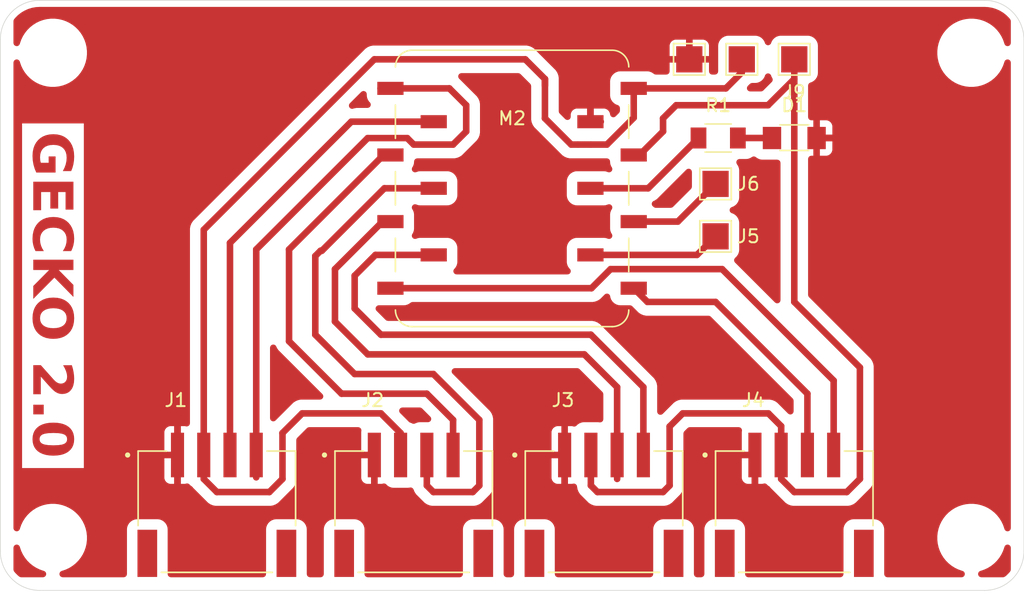
<source format=kicad_pcb>
(kicad_pcb (version 20241229) (generator "pcbnew") (generator_version "9.0")
  (layers (0 "F.Cu" signal) (2 "B.Cu" signal) (13 "F.Paste" user) (15 "B.Paste" user) (5 "F.SilkS" user "F.Silkscreen") (7 "B.SilkS" user "B.Silkscreen") (1 "F.Mask" user) (3 "B.Mask" user) (25 "Edge.Cuts" user))
  (net 0 "")
  (net 1 "GND")
  (net 2 "Net-(D1-A)")
  (net 3 "Net-(J1-Pin_4)")
  (net 4 "Net-(J1-Pin_3)")
  (net 5 "Net-(J2-Pin_4)")
  (net 6 "Net-(J2-Pin_3)")
  (net 7 "Net-(J3-Pin_4)")
  (net 8 "Net-(J3-Pin_3)")
  (net 9 "Net-(J4-Pin_4)")
  (net 10 "Net-(J4-Pin_3)")
  (net 11 "Net-(M2-D10)")
  (net 12 "+5V")
  (net 13 "+3V3")
  (net 14 "Net-(J5-Pin_1)")
  (net 15 "Net-(J6-Pin_1)")
  (footprint "MountingHole:MountingHole_3.2mm_M3" (layer "F.Cu") (at 102 78)
    (property "Reference" "REF**" (hide yes))
    (property "Value" "3.2mm_M3" (hide yes))
    (pad "" np_thru_hole circle (at 0 0) (size 3.2 3.2) (drill 3.2) (layers "*.Cu" "*.Mask") (clearance 1))
  )
  (footprint "TestPoint:TestPoint_Pad_2.0x2.0mm" (layer "F.Cu") (at 154.5 78.5)
    (property "Reference" "J7" (hide yes))
    (property "Value" "Conn_01x01_Pin" (hide yes))
    (fp_line (start -1.2 -1.2) (end 1.2 -1.2) (stroke (width 0.12)) (layer "F.SilkS"))
    (fp_line (start -1.2 1.2) (end -1.2 -1.2) (stroke (width 0.12)) (layer "F.SilkS"))
    (fp_line (start 1.2 -1.2) (end 1.2 1.2) (stroke (width 0.12)) (layer "F.SilkS"))
    (fp_line (start 1.2 1.2) (end -1.2 1.2) (stroke (width 0.12)) (layer "F.SilkS"))
    (pad "1" smd rect (at 0 0) (size 2 2) (layers "F.Cu" "F.Mask") (net 12 "+5V"))
  )
  (footprint "TestPoint:TestPoint_Pad_2.0x2.0mm" (layer "F.Cu") (at 158.5 78.5)
    (property "Reference" "J9" (at 0 2.502 0) (layer "F.SilkS"))
    (property "Value" "Conn_01x01_Pin" (hide yes))
    (fp_line (start -1.2 -1.2) (end 1.2 -1.2) (stroke (width 0.12)) (layer "F.SilkS"))
    (fp_line (start -1.2 1.2) (end -1.2 -1.2) (stroke (width 0.12)) (layer "F.SilkS"))
    (fp_line (start 1.2 -1.2) (end 1.2 1.2) (stroke (width 0.12)) (layer "F.SilkS"))
    (fp_line (start 1.2 1.2) (end -1.2 1.2) (stroke (width 0.12)) (layer "F.SilkS"))
    (pad "1" smd rect (at 0 0) (size 2 2) (layers "F.Cu" "F.Mask") (net 13 "+3V3"))
  )
  (footprint "TestPoint:TestPoint_Pad_2.0x2.0mm" (layer "F.Cu") (at 152.5 92)
    (property "Reference" "J5" (at 2.5 0 0) (layer "F.SilkS"))
    (property "Value" "Conn_01x01_Pin" (hide yes))
    (fp_line (start -1.2 -1.2) (end 1.2 -1.2) (stroke (width 0.12)) (layer "F.SilkS"))
    (fp_line (start -1.2 1.2) (end -1.2 -1.2) (stroke (width 0.12)) (layer "F.SilkS"))
    (fp_line (start 1.2 -1.2) (end 1.2 1.2) (stroke (width 0.12)) (layer "F.SilkS"))
    (fp_line (start 1.2 1.2) (end -1.2 1.2) (stroke (width 0.12)) (layer "F.SilkS"))
    (pad "1" smd rect (at 0 0) (size 2 2) (layers "F.Cu" "F.Mask") (net 14 "Net-(J5-Pin_1)"))
  )
  (footprint "Grove:SEEEDSTUDIO_114020164" (layer "F.Cu") (at 144 113)
    (property "Reference" "J3" (at -3.125 -8.51 0) (layer "F.SilkS"))
    (property "Value" "I2C")
    (fp_line (start -6 -4.625) (end -3.82 -4.625) (stroke (width 0.127)) (layer "F.SilkS"))
    (fp_line (start -6 1.055) (end -6 -4.625) (stroke (width 0.127)) (layer "F.SilkS"))
    (fp_line (start -4.23 4.625) (end 4.23 4.625) (stroke (width 0.127)) (layer "F.SilkS"))
    (fp_line (start 3.82 -4.625) (end 6 -4.625) (stroke (width 0.127)) (layer "F.SilkS"))
    (fp_line (start 6 -4.625) (end 6 1.055) (stroke (width 0.127)) (layer "F.SilkS"))
    (fp_circle (center -6.8 -4.325) (end -6.7 -4.325) (stroke (width 0.2)) (fill no) (layer "F.SilkS"))
    (pad "1" smd rect (at -3 -4.325) (size 1 3.4) (layers "F.Cu" "F.Mask" "F.Paste") (net 1 "GND"))
    (pad "2" smd rect (at -1 -4.325) (size 1 3.4) (layers "F.Cu" "F.Mask" "F.Paste") (net 13 "+3V3"))
    (pad "3" smd rect (at 1 -4.325) (size 1 3.4) (layers "F.Cu" "F.Mask" "F.Paste") (net 8 "Net-(J3-Pin_3)"))
    (pad "4" smd rect (at 3 -4.325) (size 1 3.4) (layers "F.Cu" "F.Mask" "F.Paste") (net 7 "Net-(J3-Pin_4)"))
    (pad "SH1" smd rect (at -5.3 3.175) (size 1.5 3.6) (layers "F.Cu" "F.Mask" "F.Paste"))
    (pad "SH2" smd rect (at 5.3 3.175) (size 1.5 3.6) (layers "F.Cu" "F.Mask" "F.Paste"))
  )
  (footprint "MountingHole:MountingHole_3.2mm_M3" (layer "F.Cu") (at 172 115)
    (property "Reference" "REF**" (hide yes))
    (property "Value" "3.2mm_M3" (hide yes))
    (pad "" np_thru_hole circle (at 0 0) (size 3.2 3.2) (drill 3.2) (layers "*.Cu" "*.Mask") (clearance 1))
  )
  (footprint "PCM_fab:LED_1206" (layer "F.Cu") (at 158.5 84.5 180)
    (property "Reference" "D1" (at 0 2.5 0) (layer "F.SilkS"))
    (property "Value" "LED_1206" (hide yes))
    (fp_line (start -1.1 1) (end 1.1 1) (stroke (width 0.12)) (layer "F.SilkS"))
    (fp_line (start -1.1 -0.95) (end 1.1 -0.95) (stroke (width 0.12)) (layer "F.SilkS"))
    (pad "1" smd rect (at -1.7 0 180) (size 1.4 1.7) (layers "F.Cu" "F.Mask" "F.Paste") (net 1 "GND"))
    (pad "2" smd rect (at 1.7 0 180) (size 1.4 1.7) (layers "F.Cu" "F.Mask" "F.Paste") (net 2 "Net-(D1-A)"))
  )
  (footprint "Grove:SEEEDSTUDIO_114020164" (layer "F.Cu") (at 158.5 113)
    (property "Reference" "J4" (at -3.125 -8.51 0) (layer "F.SilkS"))
    (property "Value" "Spare")
    (fp_line (start -6 -4.625) (end -3.82 -4.625) (stroke (width 0.127)) (layer "F.SilkS"))
    (fp_line (start -6 1.055) (end -6 -4.625) (stroke (width 0.127)) (layer "F.SilkS"))
    (fp_line (start -4.23 4.625) (end 4.23 4.625) (stroke (width 0.127)) (layer "F.SilkS"))
    (fp_line (start 3.82 -4.625) (end 6 -4.625) (stroke (width 0.127)) (layer "F.SilkS"))
    (fp_line (start 6 -4.625) (end 6 1.055) (stroke (width 0.127)) (layer "F.SilkS"))
    (fp_circle (center -6.8 -4.325) (end -6.7 -4.325) (stroke (width 0.2)) (fill no) (layer "F.SilkS"))
    (pad "1" smd rect (at -3 -4.325) (size 1 3.4) (layers "F.Cu" "F.Mask" "F.Paste") (net 1 "GND"))
    (pad "2" smd rect (at -1 -4.325) (size 1 3.4) (layers "F.Cu" "F.Mask" "F.Paste") (net 13 "+3V3"))
    (pad "3" smd rect (at 1 -4.325) (size 1 3.4) (layers "F.Cu" "F.Mask" "F.Paste") (net 10 "Net-(J4-Pin_3)"))
    (pad "4" smd rect (at 3 -4.325) (size 1 3.4) (layers "F.Cu" "F.Mask" "F.Paste") (net 9 "Net-(J4-Pin_4)"))
    (pad "SH1" smd rect (at -5.3 3.175) (size 1.5 3.6) (layers "F.Cu" "F.Mask" "F.Paste"))
    (pad "SH2" smd rect (at 5.3 3.175) (size 1.5 3.6) (layers "F.Cu" "F.Mask" "F.Paste"))
  )
  (footprint "PCM_fab:Module_XIAO_Generic_SocketSMD" (layer "F.Cu") (at 136.995 88.335)
    (property "Reference" "M2" (at 0.0025 -5.335 0) (layer "F.SilkS"))
    (property "Value" "Module_XIAO_Generic_SocketSMD" (hide yes))
    (fp_line (start -8.89 -6.35) (end -8.89 -3.81) (stroke (width 0.12)) (layer "F.SilkS"))
    (fp_line (start -8.89 -1.27) (end -8.89 1.27) (stroke (width 0.12)) (layer "F.SilkS"))
    (fp_line (start -8.89 3.81) (end -8.89 6.35) (stroke (width 0.12)) (layer "F.SilkS"))
    (fp_line (start -7.6175 -10.531) (end 7.6225 -10.531) (stroke (width 0.12)) (layer "F.SilkS"))
    (fp_line (start 7.6225 10.551) (end -7.6175 10.551) (stroke (width 0.12)) (layer "F.SilkS"))
    (fp_line (start 8.89 -6.35) (end 8.89 -3.81) (stroke (width 0.12)) (layer "F.SilkS"))
    (fp_line (start 8.89 -1.27) (end 8.89 1.27) (stroke (width 0.12)) (layer "F.SilkS"))
    (fp_line (start 8.89 3.81) (end 8.89 6.35) (stroke (width 0.12)) (layer "F.SilkS"))
    (fp_arc (start -8.8875 -9.261) (mid -8.515526 -10.159026) (end -7.6175 -10.531) (stroke (width 0.12)) (layer "F.SilkS"))
    (fp_arc (start -7.6175 10.551) (mid -8.515526 10.179026) (end -8.8875 9.281) (stroke (width 0.12)) (layer "F.SilkS"))
    (fp_arc (start 7.6225 -10.531) (mid 8.520526 -10.159026) (end 8.8925 -9.261) (stroke (width 0.12)) (layer "F.SilkS"))
    (fp_arc (start 8.8925 9.281) (mid 8.520526 10.179026) (end 7.6225 10.551) (stroke (width 0.12)) (layer "F.SilkS"))
    (pad "1" smd rect (at -9.27 -7.62) (size 2 1) (layers "F.Cu" "F.Mask" "F.Paste") (net 3 "Net-(J1-Pin_4)"))
    (pad "2" smd rect (at -5.97 -5.08) (size 2 1) (layers "F.Cu" "F.Mask" "F.Paste") (net 4 "Net-(J1-Pin_3)"))
    (pad "3" smd rect (at -9.27 -2.54) (size 2 1) (layers "F.Cu" "F.Mask" "F.Paste") (net 5 "Net-(J2-Pin_4)"))
    (pad "4" smd rect (at -5.97 0) (size 2 1) (layers "F.Cu" "F.Mask" "F.Paste") (net 6 "Net-(J2-Pin_3)"))
    (pad "5" smd rect (at -9.27 2.54) (size 2 1) (layers "F.Cu" "F.Mask" "F.Paste") (net 8 "Net-(J3-Pin_3)"))
    (pad "6" smd rect (at -5.97 5.08) (size 2 1) (layers "F.Cu" "F.Mask" "F.Paste") (net 7 "Net-(J3-Pin_4)"))
    (pad "7" smd rect (at -9.27 7.62) (size 2 1) (layers "F.Cu" "F.Mask" "F.Paste") (net 9 "Net-(J4-Pin_4)"))
    (pad "8" smd rect (at 9.27 7.62) (size 2 1) (layers "F.Cu" "F.Mask" "F.Paste") (net 10 "Net-(J4-Pin_3)"))
    (pad "9" smd rect (at 5.97 5.08) (size 2 1) (layers "F.Cu" "F.Mask" "F.Paste") (net 14 "Net-(J5-Pin_1)"))
    (pad "10" smd rect (at 9.27 2.54) (size 2 1) (layers "F.Cu" "F.Mask" "F.Paste") (net 15 "Net-(J6-Pin_1)"))
    (pad "11" smd rect (at 5.97 0) (size 2 1) (layers "F.Cu" "F.Mask" "F.Paste") (net 11 "Net-(M2-D10)"))
    (pad "12" smd rect (at 9.27 -2.54) (size 2 1) (layers "F.Cu" "F.Mask" "F.Paste") (net 13 "+3V3"))
    (pad "13" smd rect (at 5.97 -5.08) (size 2 1) (layers "F.Cu" "F.Mask" "F.Paste") (net 1 "GND"))
    (pad "14" smd rect (at 9.27 -7.62) (size 2 1) (layers "F.Cu" "F.Mask" "F.Paste") (net 12 "+5V"))
  )
  (footprint "TestPoint:TestPoint_Pad_2.0x2.0mm" (layer "F.Cu") (at 152.5 88)
    (property "Reference" "J6" (at 2.5 0 0) (layer "F.SilkS"))
    (property "Value" "Conn_01x01_Pin" (hide yes))
    (fp_line (start -1.2 -1.2) (end 1.2 -1.2) (stroke (width 0.12)) (layer "F.SilkS"))
    (fp_line (start -1.2 1.2) (end -1.2 -1.2) (stroke (width 0.12)) (layer "F.SilkS"))
    (fp_line (start 1.2 -1.2) (end 1.2 1.2) (stroke (width 0.12)) (layer "F.SilkS"))
    (fp_line (start 1.2 1.2) (end -1.2 1.2) (stroke (width 0.12)) (layer "F.SilkS"))
    (pad "1" smd rect (at 0 0) (size 2 2) (layers "F.Cu" "F.Mask") (net 15 "Net-(J6-Pin_1)"))
  )
  (footprint "Grove:SEEEDSTUDIO_114020164" (layer "F.Cu") (at 114.5 113)
    (property "Reference" "J1" (at -3.125 -8.51 0) (layer "F.SilkS"))
    (property "Value" "Relay")
    (fp_line (start -6 -4.625) (end -3.82 -4.625) (stroke (width 0.127)) (layer "F.SilkS"))
    (fp_line (start -6 1.055) (end -6 -4.625) (stroke (width 0.127)) (layer "F.SilkS"))
    (fp_line (start -4.23 4.625) (end 4.23 4.625) (stroke (width 0.127)) (layer "F.SilkS"))
    (fp_line (start 3.82 -4.625) (end 6 -4.625) (stroke (width 0.127)) (layer "F.SilkS"))
    (fp_line (start 6 -4.625) (end 6 1.055) (stroke (width 0.127)) (layer "F.SilkS"))
    (fp_circle (center -6.8 -4.325) (end -6.7 -4.325) (stroke (width 0.2)) (fill no) (layer "F.SilkS"))
    (pad "1" smd rect (at -3 -4.325) (size 1 3.4) (layers "F.Cu" "F.Mask" "F.Paste") (net 1 "GND"))
    (pad "2" smd rect (at -1 -4.325) (size 1 3.4) (layers "F.Cu" "F.Mask" "F.Paste") (net 12 "+5V"))
    (pad "3" smd rect (at 1 -4.325) (size 1 3.4) (layers "F.Cu" "F.Mask" "F.Paste") (net 4 "Net-(J1-Pin_3)"))
    (pad "4" smd rect (at 3 -4.325) (size 1 3.4) (layers "F.Cu" "F.Mask" "F.Paste") (net 3 "Net-(J1-Pin_4)"))
    (pad "SH1" smd rect (at -5.3 3.175) (size 1.5 3.6) (layers "F.Cu" "F.Mask" "F.Paste"))
    (pad "SH2" smd rect (at 5.3 3.175) (size 1.5 3.6) (layers "F.Cu" "F.Mask" "F.Paste"))
  )
  (footprint "MountingHole:MountingHole_3.2mm_M3" (layer "F.Cu") (at 172 78)
    (property "Reference" "REF**" (hide yes))
    (property "Value" "3.2mm_M3" (hide yes))
    (pad "" np_thru_hole circle (at 0 0) (size 3.2 3.2) (drill 3.2) (layers "*.Cu" "*.Mask") (clearance 1))
  )
  (footprint "PCM_fab:R_1206" (layer "F.Cu") (at 152.7 84.5)
    (property "Reference" "R1" (at 0 -2.5 0) (layer "F.SilkS"))
    (property "Value" "R_1206" (hide yes))
    (fp_line (start -1 -1.07) (end 1 -1.07) (stroke (width 0.12)) (layer "F.SilkS"))
    (fp_line (start 1 1.07) (end -1 1.07) (stroke (width 0.12)) (layer "F.SilkS"))
    (pad "1" smd rect (at -1.5 0) (size 1.2 1.6) (layers "F.Cu" "F.Mask" "F.Paste") (net 11 "Net-(M2-D10)"))
    (pad "2" smd rect (at 1.5 0) (size 1.2 1.6) (layers "F.Cu" "F.Mask" "F.Paste") (net 2 "Net-(D1-A)"))
  )
  (footprint "MountingHole:MountingHole_3.2mm_M3" (layer "F.Cu") (at 102 115)
    (property "Reference" "REF**" (hide yes))
    (property "Value" "3.2mm_M3" (hide yes))
    (pad "" np_thru_hole circle (at 0 0) (size 3.2 3.2) (drill 3.2) (layers "*.Cu" "*.Mask") (clearance 1))
  )
  (footprint "TestPoint:TestPoint_Pad_2.0x2.0mm" (layer "F.Cu") (at 150.5 78.5)
    (property "Reference" "J8" (hide yes))
    (property "Value" "Conn_01x01_Pin" (hide yes))
    (fp_line (start -1.2 -1.2) (end 1.2 -1.2) (stroke (width 0.12)) (layer "F.SilkS"))
    (fp_line (start -1.2 1.2) (end -1.2 -1.2) (stroke (width 0.12)) (layer "F.SilkS"))
    (fp_line (start 1.2 -1.2) (end 1.2 1.2) (stroke (width 0.12)) (layer "F.SilkS"))
    (fp_line (start 1.2 1.2) (end -1.2 1.2) (stroke (width 0.12)) (layer "F.SilkS"))
    (pad "1" smd rect (at 0 0) (size 2 2) (layers "F.Cu" "F.Mask") (net 1 "GND"))
  )
  (footprint "Grove:SEEEDSTUDIO_114020164" (layer "F.Cu") (at 129.5 113)
    (property "Reference" "J2" (at -3.125 -8.51 0) (layer "F.SilkS"))
    (property "Value" "Atomization")
    (fp_line (start -6 -4.625) (end -3.82 -4.625) (stroke (width 0.127)) (layer "F.SilkS"))
    (fp_line (start -6 1.055) (end -6 -4.625) (stroke (width 0.127)) (layer "F.SilkS"))
    (fp_line (start -4.23 4.625) (end 4.23 4.625) (stroke (width 0.127)) (layer "F.SilkS"))
    (fp_line (start 3.82 -4.625) (end 6 -4.625) (stroke (width 0.127)) (layer "F.SilkS"))
    (fp_line (start 6 -4.625) (end 6 1.055) (stroke (width 0.127)) (layer "F.SilkS"))
    (fp_circle (center -6.8 -4.325) (end -6.7 -4.325) (stroke (width 0.2)) (fill no) (layer "F.SilkS"))
    (pad "1" smd rect (at -3 -4.325) (size 1 3.4) (layers "F.Cu" "F.Mask" "F.Paste") (net 1 "GND"))
    (pad "2" smd rect (at -1 -4.325) (size 1 3.4) (layers "F.Cu" "F.Mask" "F.Paste") (net 12 "+5V"))
    (pad "3" smd rect (at 1 -4.325) (size 1 3.4) (layers "F.Cu" "F.Mask" "F.Paste") (net 6 "Net-(J2-Pin_3)"))
    (pad "4" smd rect (at 3 -4.325) (size 1 3.4) (layers "F.Cu" "F.Mask" "F.Paste") (net 5 "Net-(J2-Pin_4)"))
    (pad "SH1" smd rect (at -5.3 3.175) (size 1.5 3.6) (layers "F.Cu" "F.Mask" "F.Paste"))
    (pad "SH2" smd rect (at 5.3 3.175) (size 1.5 3.6) (layers "F.Cu" "F.Mask" "F.Paste"))
  )
  (gr_arc (start 98 77) (mid 98.87868 74.87868) (end 101 74) (stroke (width 0.05)) (layer "Edge.Cuts"))
  (gr_line (start 98 116) (end 98 77) (stroke (width 0.05)) (layer "Edge.Cuts"))
  (gr_arc (start 176 116) (mid 175.12132 118.12132) (end 173 119) (stroke (width 0.05)) (layer "Edge.Cuts"))
  (gr_line (start 101 74) (end 173 74) (stroke (width 0.05)) (layer "Edge.Cuts"))
  (gr_line (start 176 77) (end 176 116) (stroke (width 0.05)) (layer "Edge.Cuts"))
  (gr_line (start 173 119) (end 101 119) (stroke (width 0.05)) (layer "Edge.Cuts"))
  (gr_arc (start 173 74) (mid 175.12132 74.87868) (end 176 77) (stroke (width 0.05)) (layer "Edge.Cuts"))
  (gr_arc (start 101 119) (mid 98.87868 118.12132) (end 98 116) (stroke (width 0.05)) (layer "Edge.Cuts"))
  (gr_text "GECKO 2.0" (at 100 84 270) (layer "F.Cu") (effects (font (size 3 3) (thickness 0.3) (bold yes)) (justify left bottom)))
  (segment (start 150.5 76.5) (end 150.5 78.5) (width 0.5) (layer "F.Cu") (net 1))
  (segment (start 126 76.5) (end 138.5 76.5) (width 0.5) (layer "F.Cu") (net 1))
  (segment (start 111.5 94) (end 111.5 91) (width 0.5) (layer "F.Cu") (net 1))
  (segment (start 141 113) (end 154 113) (width 0.5) (layer "F.Cu") (net 1))
  (segment (start 138.5 76.548) (end 142.965 81.013) (width 0.5) (layer "F.Cu") (net 1))
  (segment (start 162.5 84.5) (end 162.5 98) (width 0.5) (layer "F.Cu") (net 1))
  (segment (start 111.5 108.675) (end 111.5 112) (width 0.5) (layer "F.Cu") (net 1))
  (segment (start 162.5 98) (end 165.5 101) (width 0.5) (layer "F.Cu") (net 1))
  (segment (start 138.5 76.5) (end 138.5 76.548) (width 0.5) (layer "F.Cu") (net 1))
  (segment (start 155.5 108.675) (end 155.5 107.5) (width 0.5) (layer "F.Cu") (net 1))
  (segment (start 142.965 83.255) (end 143.755 83.255) (width 0.5) (layer "F.Cu") (net 1))
  (segment (start 164 113) (end 157 113) (width 0.5) (layer "F.Cu") (net 1))
  (segment (start 111.5 112) (end 112.5 113) (width 0.5) (layer "F.Cu") (net 1))
  (segment (start 165.5 111.5) (end 164 113) (width 0.5) (layer "F.Cu") (net 1))
  (segment (start 155.5 111.5) (end 155.5 108.675) (width 0.5) (layer "F.Cu") (net 1))
  (segment (start 126.5 107.5) (end 126.5 108.675) (width 0.5) (layer "F.Cu") (net 1))
  (segment (start 126.5 113) (end 141 113) (width 0.5) (layer "F.Cu") (net 1))
  (segment (start 111.5 91) (end 126 76.5) (width 0.5) (layer "F.Cu") (net 1))
  (segment (start 142.965 83.255) (end 142.965 81.013) (width 0.5) (layer "F.Cu") (net 1))
  (segment (start 162.5 78) (end 162.5 84.5) (width 0.5) (layer "F.Cu") (net 1))
  (segment (start 148 76) (end 160.5 76) (width 0.5) (layer "F.Cu") (net 1))
  (segment (start 154 113) (end 155.5 111.5) (width 0.5) (layer "F.Cu") (net 1))
  (segment (start 142.965 81.013) (end 144.978 79) (width 0.5) (layer "F.Cu") (net 1))
  (segment (start 112.5 113) (end 126.5 113) (width 0.5) (layer "F.Cu") (net 1))
  (segment (start 111.5 93.5) (end 111.5 108.675) (width 0.5) (layer "F.Cu") (net 1))
  (segment (start 144.978 79) (end 145 79) (width 0.5) (layer "F.Cu") (net 1))
  (segment (start 141 108.675) (end 141 113) (width 0.5) (layer "F.Cu") (net 1))
  (segment (start 160.5 76) (end 162.5 78) (width 0.5) (layer "F.Cu") (net 1))
  (segment (start 165.5 101) (end 165.5 111.5) (width 0.5) (layer "F.Cu") (net 1))
  (segment (start 160.2 84.5) (end 162.5 84.5) (width 0.5) (layer "F.Cu") (net 1))
  (segment (start 157 113) (end 155.5 111.5) (width 0.5) (layer "F.Cu") (net 1))
  (segment (start 126.5 113) (end 126.5 108.675) (width 0.5) (layer "F.Cu") (net 1))
  (segment (start 145 79) (end 148 76) (width 0.5) (layer "F.Cu") (net 1))
  (segment (start 154.2 84.5) (end 156.8 84.5) (width 0.5) (layer "F.Cu") (net 2))
  (segment (start 133.5 82) (end 132.215 80.715) (width 0.5) (layer "F.Cu") (net 3))
  (segment (start 127.725 80.715) (end 126.971744 80.715) (width 0.5) (layer "F.Cu") (net 3))
  (segment (start 117.5 93) (end 125.994 84.506) (width 0.5) (layer "F.Cu") (net 3))
  (segment (start 129.5 85) (end 132.5 85) (width 0.5) (layer "F.Cu") (net 3))
  (segment (start 117.5 110.377) (end 117.5 108.675) (width 0.5) (layer "F.Cu") (net 3))
  (segment (start 132.5 85) (end 133.5 84) (width 0.5) (layer "F.Cu") (net 3))
  (segment (start 133.5 84) (end 133.5 82) (width 0.5) (layer "F.Cu") (net 3))
  (segment (start 117.5 108.675) (end 117.5 93) (width 0.5) (layer "F.Cu") (net 3))
  (segment (start 129.006 84.506) (end 129.5 85) (width 0.5) (layer "F.Cu") (net 3))
  (segment (start 132.215 80.715) (end 127.725 80.715) (width 0.5) (layer "F.Cu") (net 3))
  (segment (start 125.994 84.506) (end 129.006 84.506) (width 0.5) (layer "F.Cu") (net 3))
  (segment (start 124.745 83.255) (end 115.5 92.5) (width 0.5) (layer "F.Cu") (net 4))
  (segment (start 131.025 83.255) (end 124.745 83.255) (width 0.5) (layer "F.Cu") (net 4))
  (segment (start 115.5 92.5) (end 115.5 108.675) (width 0.5) (layer "F.Cu") (net 4))
  (segment (start 130.5 104) (end 132.5 106) (width 0.5) (layer "F.Cu") (net 5))
  (segment (start 132.5 106) (end 132.5 108.675) (width 0.5) (layer "F.Cu") (net 5))
  (segment (start 120 93) (end 120 100) (width 0.5) (layer "F.Cu") (net 5))
  (segment (start 130.5 104) (end 124 104) (width 0.5) (layer "F.Cu") (net 5))
  (segment (start 127.205 85.795) (end 120 93) (width 0.5) (layer "F.Cu") (net 5))
  (segment (start 127.725 85.795) (end 127.205 85.795) (width 0.5) (layer "F.Cu") (net 5))
  (segment (start 124 104) (end 120 100) (width 0.5) (layer "F.Cu") (net 5))
  (segment (start 122.5 93.098) (end 127.263 88.335) (width 0.5) (layer "F.Cu") (net 6))
  (segment (start 127.263 88.335) (end 131.025 88.335) (width 0.5) (layer "F.Cu") (net 6))
  (segment (start 130.5 108.675) (end 130.5 111) (width 0.5) (layer "F.Cu") (net 6))
  (segment (start 122 99.5) (end 125 102.5) (width 0.5) (layer "F.Cu") (net 6))
  (segment (start 131 111.5) (end 134 111.5) (width 0.5) (layer "F.Cu") (net 6))
  (segment (start 134 111.5) (end 134.5 111) (width 0.5) (layer "F.Cu") (net 6))
  (segment (start 134.5 106) (end 131 102.5) (width 0.5) (layer "F.Cu") (net 6))
  (segment (start 134.5 111) (end 134.5 106) (width 0.5) (layer "F.Cu") (net 6))
  (segment (start 130.5 111) (end 131 111.5) (width 0.5) (layer "F.Cu") (net 6))
  (segment (start 122 93.5) (end 122 99.5) (width 0.5) (layer "F.Cu") (net 6))
  (segment (start 122.402 93.098) (end 122.5 93.098) (width 0.5) (layer "F.Cu") (net 6))
  (segment (start 131 102.5) (end 125 102.5) (width 0.5) (layer "F.Cu") (net 6))
  (segment (start 122 93.5) (end 122.402 93.098) (width 0.5) (layer "F.Cu") (net 6))
  (segment (start 147 108.675) (end 147 103.5) (width 0.5) (layer "F.Cu") (net 7))
  (segment (start 147 103.5) (end 143 99.5) (width 0.5) (layer "F.Cu") (net 7))
  (segment (start 125 95) (end 125 97.5) (width 0.5) (layer "F.Cu") (net 7))
  (segment (start 127 99.5) (end 143 99.5) (width 0.5) (layer "F.Cu") (net 7))
  (segment (start 125 97.5) (end 127 99.5) (width 0.5) (layer "F.Cu") (net 7))
  (segment (start 126.585 93.415) (end 131.025 93.415) (width 0.5) (layer "F.Cu") (net 7))
  (segment (start 126.585 93.415) (end 125 95) (width 0.5) (layer "F.Cu") (net 7))
  (segment (start 145 106.973) (end 145 108.675) (width 0.5) (layer "F.Cu") (net 8))
  (segment (start 142.5 101) (end 145 103.5) (width 0.5) (layer "F.Cu") (net 8))
  (segment (start 126 101) (end 142.5 101) (width 0.5) (layer "F.Cu") (net 8))
  (segment (start 127.125 90.875) (end 123.5 94.5) (width 0.5) (layer "F.Cu") (net 8))
  (segment (start 127.725 90.875) (end 127.125 90.875) (width 0.5) (layer "F.Cu") (net 8))
  (segment (start 145 103.5) (end 145 108.675) (width 0.5) (layer "F.Cu") (net 8))
  (segment (start 127.625 90.875) (end 127.725 90.875) (width 0.5) (layer "F.Cu") (net 8))
  (segment (start 123.5 94.5) (end 123.5 98.5) (width 0.5) (layer "F.Cu") (net 8))
  (segment (start 123.5 98.5) (end 126 101) (width 0.5) (layer "F.Cu") (net 8))
  (segment (start 145 110.5) (end 145 108.675) (width 0.5) (layer "F.Cu") (net 8))
  (segment (start 144.5 94.5) (end 153 94.5) (width 0.5) (layer "F.Cu") (net 9))
  (segment (start 127.725 95.955) (end 143.045 95.955) (width 0.5) (layer "F.Cu") (net 9))
  (segment (start 161.5 103) (end 161.5 108.675) (width 0.5) (layer "F.Cu") (net 9))
  (segment (start 143.045 95.955) (end 144.5 94.5) (width 0.5) (layer "F.Cu") (net 9))
  (segment (start 161.5 110) (end 161.5 108.675) (width 0.5) (layer "F.Cu") (net 9))
  (segment (start 153 94.5) (end 161.5 103) (width 0.5) (layer "F.Cu") (net 9))
  (segment (start 147.31 97) (end 152.5 97) (width 0.5) (layer "F.Cu") (net 10))
  (segment (start 146.265 95.955) (end 147.31 97) (width 0.5) (layer "F.Cu") (net 10))
  (segment (start 159.5 104) (end 159.5 108.675) (width 0.5) (layer "F.Cu") (net 10))
  (segment (start 146.265 95.955) (end 146.455 95.955) (width 0.5) (layer "F.Cu") (net 10))
  (segment (start 152.5 97) (end 159.5 104) (width 0.5) (layer "F.Cu") (net 10))
  (segment (start 142.965 88.335) (end 147.365 88.335) (width 0.5) (layer "F.Cu") (net 11))
  (segment (start 147.365 88.335) (end 151.2 84.5) (width 0.5) (layer "F.Cu") (net 11))
  (segment (start 119.5 110.5) (end 119.5 107) (width 0.5) (layer "F.Cu") (net 12))
  (segment (start 153.285 80.715) (end 154.5 79.5) (width 0.5) (layer "F.Cu") (net 12))
  (segment (start 142 85) (end 141.5 85) (width 0.5) (layer "F.Cu") (net 12))
  (segment (start 113.5 108.675) (end 113.5 110.5) (width 0.5) (layer "F.Cu") (net 12))
  (segment (start 113.5 91.5) (end 113.5 108.675) (width 0.5) (layer "F.Cu") (net 12))
  (segment (start 118.5 111.5) (end 119.5 110.5) (width 0.5) (layer "F.Cu") (net 12))
  (segment (start 139.5 83) (end 139.5 80) (width 0.5) (layer "F.Cu") (net 12))
  (segment (start 139.5 80) (end 139.5 80.5) (width 0.5) (layer "F.Cu") (net 12))
  (segment (start 128.5 107) (end 128.5 108.675) (width 0.5) (layer "F.Cu") (net 12))
  (segment (start 114.5 111.5) (end 118.5 111.5) (width 0.5) (layer "F.Cu") (net 12))
  (segment (start 146.265 80.715) (end 153.285 80.715) (width 0.5) (layer "F.Cu") (net 12))
  (segment (start 126.5 78.5) (end 113.5 91.5) (width 0.5) (layer "F.Cu") (net 12))
  (segment (start 143 85) (end 142 85) (width 0.5) (layer "F.Cu") (net 12))
  (segment (start 146.265 82.957) (end 144.222 85) (width 0.5) (layer "F.Cu") (net 12))
  (segment (start 119.5 107) (end 121 105.5) (width 0.5) (layer "F.Cu") (net 12))
  (segment (start 113.5 110.5) (end 114.5 111.5) (width 0.5) (layer "F.Cu") (net 12))
  (segment (start 146.265 80.715) (end 146.265 82.957) (width 0.5) (layer "F.Cu") (net 12))
  (segment (start 144.222 85) (end 143 85) (width 0.5) (layer "F.Cu") (net 12))
  (segment (start 139.5 80) (end 138 78.5) (width 0.5) (layer "F.Cu") (net 12))
  (segment (start 154.5 79.5) (end 154.5 78.5) (width 0.5) (layer "F.Cu") (net 12))
  (segment (start 138 78.5) (end 126.5 78.5) (width 0.5) (layer "F.Cu") (net 12))
  (segment (start 127 105.5) (end 128.5 107) (width 0.5) (layer "F.Cu") (net 12))
  (segment (start 121 105.5) (end 127 105.5) (width 0.5) (layer "F.Cu") (net 12))
  (segment (start 113.5 108.675) (end 113.5 110.377) (width 0.5) (layer "F.Cu") (net 12))
  (segment (start 141.5 85) (end 139.5 83) (width 0.5) (layer "F.Cu") (net 12))
  (segment (start 149.5 82) (end 156.5 82) (width 0.5) (layer "F.Cu") (net 13))
  (segment (start 150 105.5) (end 156.525 105.5) (width 0.5) (layer "F.Cu") (net 13))
  (segment (start 146.705 85.795) (end 148.5 84) (width 0.5) (layer "F.Cu") (net 13))
  (segment (start 157.5 110.5) (end 157.5 108.675) (width 0.5) (layer "F.Cu") (net 13))
  (segment (start 143.5 111.5) (end 148.5 111.5) (width 0.5) (layer "F.Cu") (net 13))
  (segment (start 148.5 84) (end 148.5 83) (width 0.5) (layer "F.Cu") (net 13))
  (segment (start 148.5 111.5) (end 149 111) (width 0.5) (layer "F.Cu") (net 13))
  (segment (start 159 78.5) (end 158.5 78.5) (width 0.5) (layer "F.Cu") (net 13))
  (segment (start 149 106.5) (end 150 105.5) (width 0.5) (layer "F.Cu") (net 13))
  (segment (start 158.5 97) (end 163.5 102) (width 0.5) (layer "F.Cu") (net 13))
  (segment (start 158.5 111.5) (end 157.5 110.5) (width 0.5) (layer "F.Cu") (net 13))
  (segment (start 162.5 111.5) (end 158.5 111.5) (width 0.5) (layer "F.Cu") (net 13))
  (segment (start 143 108.675) (end 143 111) (width 0.5) (layer "F.Cu") (net 13))
  (segment (start 163.5 102) (end 163.5 110.5) (width 0.5) (layer "F.Cu") (net 13))
  (segment (start 158.5 80) (end 158.5 78.5) (width 0.5) (layer "F.Cu") (net 13))
  (segment (start 158.5 80) (end 158.5 97) (width 0.5) (layer "F.Cu") (net 13))
  (segment (start 156.5 82) (end 158.5 80) (width 0.5) (layer "F.Cu") (net 13))
  (segment (start 143 111) (end 143.5 111.5) (width 0.5) (layer "F.Cu") (net 13))
  (segment (start 156.525 105.5) (end 157.5 106.475) (width 0.5) (layer "F.Cu") (net 13))
  (segment (start 149 111) (end 149 106.5) (width 0.5) (layer "F.Cu") (net 13))
  (segment (start 157.5 106.475) (end 157.5 108.675) (width 0.5) (layer "F.Cu") (net 13))
  (segment (start 148.5 83) (end 149.5 82) (width 0.5) (layer "F.Cu") (net 13))
  (segment (start 163.5 110.5) (end 162.5 111.5) (width 0.5) (layer "F.Cu") (net 13))
  (segment (start 146.265 85.795) (end 146.705 85.795) (width 0.5) (layer "F.Cu") (net 13))
  (segment (start 142.965 93.415) (end 151.085 93.415) (width 0.5) (layer "F.Cu") (net 14))
  (segment (start 151.085 93.415) (end 152.5 92) (width 0.5) (layer "F.Cu") (net 14))
  (segment (start 146.265 90.875) (end 149.625 90.875) (width 0.5) (layer "F.Cu") (net 15))
  (segment (start 149.625 90.875) (end 152.5 88) (width 0.5) (layer "F.Cu") (net 15))
  (zone (net 1) (net_name "GND") (layer "F.Cu") (connect_pads (clearance 0.8)) (min_thickness 0.5) (fill yes (thermal_gap 0.5) (thermal_bridge_width 0.5) (island_removal_mode 1) (island_area_min 10))
    (polygon (pts (xy 99 74.5) (xy 175 74.5) (xy 175 118) (xy 99 118)))
  )
)
</source>
